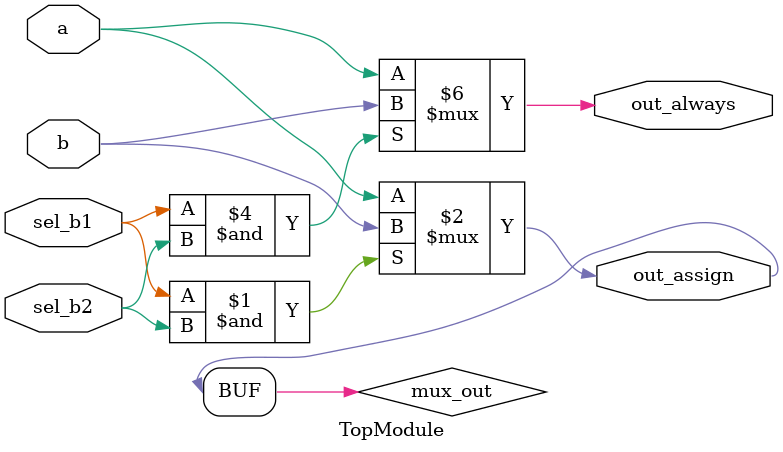
<source format=v>
module TopModule (
  input a,
  input b,
  input sel_b1,
  input sel_b2,
  output out_assign,
  output reg out_always
);

  wire mux_out;

  assign mux_out = (sel_b1 & sel_b2) ? b : a;
  assign out_assign = mux_out;

  always @(*) begin
    if (sel_b1 & sel_b2) begin
      out_always = b;
    end else begin
      out_always = a;
    end
  end

endmodule


</source>
